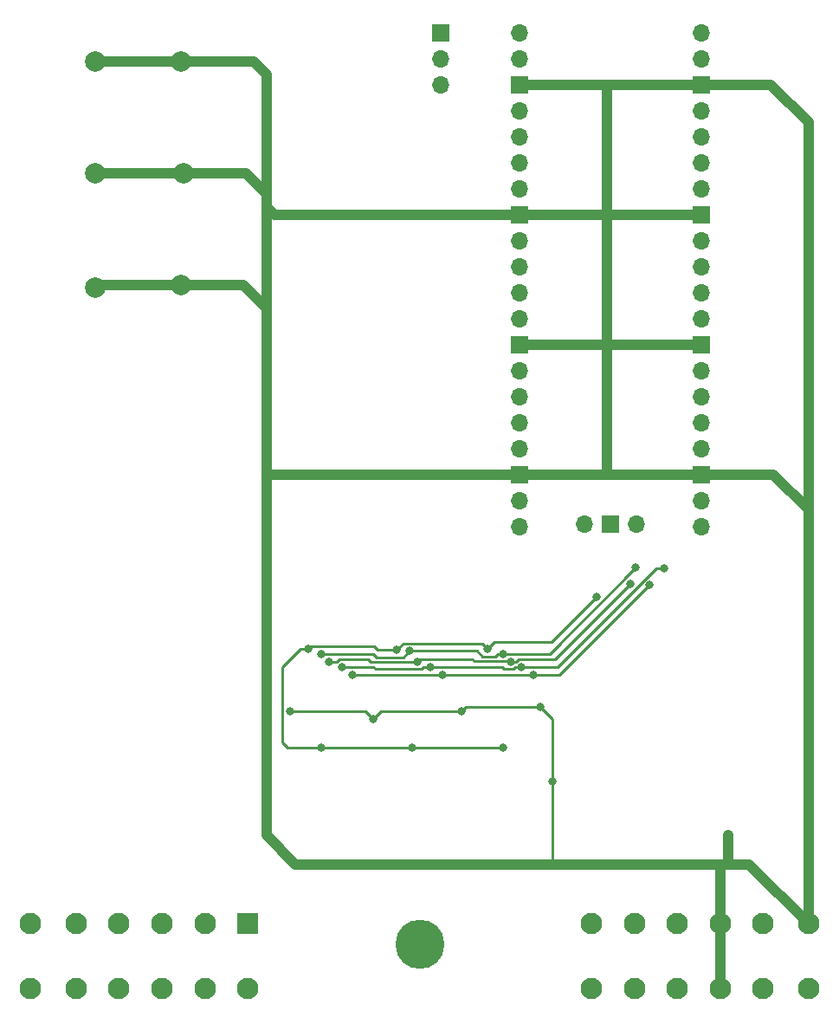
<source format=gbl>
G04 #@! TF.GenerationSoftware,KiCad,Pcbnew,(6.0.5-0)*
G04 #@! TF.CreationDate,2023-01-01T23:21:56+00:00*
G04 #@! TF.ProjectId,bms,626d732e-6b69-4636-9164-5f7063625858,rev?*
G04 #@! TF.SameCoordinates,Original*
G04 #@! TF.FileFunction,Copper,L2,Bot*
G04 #@! TF.FilePolarity,Positive*
%FSLAX46Y46*%
G04 Gerber Fmt 4.6, Leading zero omitted, Abs format (unit mm)*
G04 Created by KiCad (PCBNEW (6.0.5-0)) date 2023-01-01 23:21:56*
%MOMM*%
%LPD*%
G01*
G04 APERTURE LIST*
G04 #@! TA.AperFunction,ComponentPad*
%ADD10C,2.100000*%
G04 #@! TD*
G04 #@! TA.AperFunction,ComponentPad*
%ADD11R,2.100000X2.100000*%
G04 #@! TD*
G04 #@! TA.AperFunction,ComponentPad*
%ADD12C,4.800000*%
G04 #@! TD*
G04 #@! TA.AperFunction,ComponentPad*
%ADD13R,1.700000X1.700000*%
G04 #@! TD*
G04 #@! TA.AperFunction,ComponentPad*
%ADD14O,1.700000X1.700000*%
G04 #@! TD*
G04 #@! TA.AperFunction,ViaPad*
%ADD15C,0.800000*%
G04 #@! TD*
G04 #@! TA.AperFunction,ViaPad*
%ADD16C,2.000000*%
G04 #@! TD*
G04 #@! TA.AperFunction,Conductor*
%ADD17C,1.000000*%
G04 #@! TD*
G04 #@! TA.AperFunction,Conductor*
%ADD18C,0.250000*%
G04 #@! TD*
G04 APERTURE END LIST*
D10*
X118255000Y-152376000D03*
X114055000Y-152376000D03*
X109855000Y-152376000D03*
X105655000Y-152376000D03*
X101455000Y-152376000D03*
X97030000Y-152376000D03*
X97030000Y-146026000D03*
X101455000Y-146026000D03*
X105655000Y-146026000D03*
X109855000Y-146026000D03*
X114055000Y-146026000D03*
D11*
X118255000Y-146026000D03*
D10*
X151855000Y-146026000D03*
X156055000Y-146026000D03*
X160255000Y-146026000D03*
X164455000Y-146026000D03*
X168655000Y-146026000D03*
X173080000Y-146026000D03*
X173080000Y-152376000D03*
X168655000Y-152376000D03*
X164455000Y-152376000D03*
X160255000Y-152376000D03*
X156055000Y-152376000D03*
X151855000Y-152376000D03*
D12*
X135055000Y-148006000D03*
D13*
X137160000Y-58928000D03*
D14*
X137160000Y-61468000D03*
X137160000Y-64008000D03*
X144853000Y-58928000D03*
X144853000Y-61468000D03*
D13*
X144853000Y-64008000D03*
D14*
X144853000Y-66548000D03*
X144853000Y-69088000D03*
X144853000Y-71628000D03*
X144853000Y-74168000D03*
D13*
X144853000Y-76708000D03*
D14*
X144853000Y-79248000D03*
X144853000Y-81788000D03*
X144853000Y-84328000D03*
X144853000Y-86868000D03*
D13*
X144853000Y-89408000D03*
D14*
X144853000Y-91948000D03*
X144853000Y-94488000D03*
X144853000Y-97028000D03*
X144853000Y-99568000D03*
D13*
X144853000Y-102108000D03*
D14*
X144853000Y-104648000D03*
X144853000Y-107188000D03*
X162633000Y-107188000D03*
X162633000Y-104648000D03*
D13*
X162633000Y-102108000D03*
D14*
X162633000Y-99568000D03*
X162633000Y-97028000D03*
X162633000Y-94488000D03*
X162633000Y-91948000D03*
D13*
X162633000Y-89408000D03*
D14*
X162633000Y-86868000D03*
X162633000Y-84328000D03*
X162633000Y-81788000D03*
X162633000Y-79248000D03*
D13*
X162633000Y-76708000D03*
D14*
X162633000Y-74168000D03*
X162633000Y-71628000D03*
X162633000Y-69088000D03*
X162633000Y-66548000D03*
D13*
X162633000Y-64008000D03*
D14*
X162633000Y-61468000D03*
X162633000Y-58928000D03*
X151203000Y-106958000D03*
D13*
X153743000Y-106958000D03*
D14*
X156283000Y-106958000D03*
D15*
X122428000Y-125222000D03*
X125403000Y-128778000D03*
X141659000Y-119126000D03*
X152327000Y-114046000D03*
X134293000Y-128778000D03*
X143183000Y-128778000D03*
X124133000Y-119126000D03*
X132842000Y-119261980D03*
X139176500Y-125222000D03*
D16*
X111760000Y-61722000D03*
X103378000Y-83820000D03*
X103378000Y-61722000D03*
D15*
X165195000Y-137328000D03*
X146870000Y-124837000D03*
X130540500Y-125984000D03*
D16*
X111941000Y-72644000D03*
X111760000Y-83566000D03*
X103378000Y-72644000D03*
D15*
X148009000Y-132080000D03*
X128451000Y-121666000D03*
X137330000Y-121677000D03*
X146220000Y-121677000D03*
X157560657Y-112856657D03*
X136071000Y-120904000D03*
X159004000Y-111252000D03*
X144961000Y-120904000D03*
X127435000Y-120904000D03*
X155629000Y-112776000D03*
X143945000Y-120396000D03*
X126165000Y-120396000D03*
X134801000Y-120396000D03*
X156183343Y-111225343D03*
X134112000Y-119322500D03*
X125403000Y-119634000D03*
X143183000Y-119634000D03*
D17*
X167262000Y-140208000D02*
X165354000Y-140208000D01*
X165354000Y-140208000D02*
X164084000Y-140208000D01*
X165195000Y-137328000D02*
X165195000Y-140049000D01*
X165195000Y-140049000D02*
X165354000Y-140208000D01*
D18*
X143945000Y-120396000D02*
X143887511Y-120338511D01*
X143887511Y-120338511D02*
X140404511Y-120338511D01*
X140404511Y-120338511D02*
X140208000Y-120142000D01*
X140208000Y-120142000D02*
X135055000Y-120142000D01*
X135055000Y-120142000D02*
X134801000Y-120396000D01*
X143945000Y-120396000D02*
X144472670Y-120396000D01*
X144472670Y-120396000D02*
X144726670Y-120142000D01*
X144726670Y-120142000D02*
X148263000Y-120142000D01*
X148263000Y-120142000D02*
X155629000Y-112776000D01*
X144961000Y-120904000D02*
X144433330Y-120904000D01*
X144433330Y-120904000D02*
X144236819Y-121100511D01*
X144236819Y-121100511D02*
X143298846Y-121100511D01*
X143298846Y-121100511D02*
X143102335Y-120904000D01*
X143102335Y-120904000D02*
X136071000Y-120904000D01*
X143183000Y-119634000D02*
X142748000Y-119634000D01*
X142748000Y-119634000D02*
X142494000Y-119888000D01*
X142494000Y-119888000D02*
X141224000Y-119888000D01*
X141224000Y-119888000D02*
X140658500Y-119322500D01*
X140658500Y-119322500D02*
X134112000Y-119322500D01*
X136071000Y-120904000D02*
X135462665Y-120904000D01*
X135462665Y-120904000D02*
X135266154Y-121100511D01*
X135266154Y-121100511D02*
X130752511Y-121100511D01*
X130752511Y-121100511D02*
X130556000Y-120904000D01*
X130556000Y-120904000D02*
X127435000Y-120904000D01*
X132842000Y-119261980D02*
X130945980Y-119261980D01*
X130945980Y-119261980D02*
X130613489Y-118929489D01*
X130613489Y-118929489D02*
X124329511Y-118929489D01*
X124329511Y-118929489D02*
X124133000Y-119126000D01*
D17*
X164455000Y-152376000D02*
X164455000Y-146026000D01*
X164084000Y-140208000D02*
X148009000Y-140208000D01*
X164455000Y-146026000D02*
X164455000Y-140579000D01*
X164455000Y-140579000D02*
X164084000Y-140208000D01*
X148009000Y-140208000D02*
X122936000Y-140208000D01*
X122936000Y-140208000D02*
X120069000Y-137341000D01*
X120069000Y-137341000D02*
X120069000Y-102035000D01*
X120069000Y-102035000D02*
X120069000Y-86868000D01*
X144853000Y-102108000D02*
X120142000Y-102108000D01*
X120142000Y-102108000D02*
X120069000Y-102035000D01*
X173080000Y-67670000D02*
X169418000Y-64008000D01*
X169418000Y-64008000D02*
X162633000Y-64008000D01*
X173080000Y-105516000D02*
X173080000Y-67670000D01*
X173080000Y-105516000D02*
X169672000Y-102108000D01*
X173080000Y-146026000D02*
X173080000Y-105516000D01*
X169672000Y-102108000D02*
X162633000Y-102108000D01*
D18*
X129778500Y-125222000D02*
X122428000Y-125222000D01*
X130540500Y-125984000D02*
X129778500Y-125222000D01*
X132842000Y-119261980D02*
X133485980Y-118618000D01*
X125403000Y-128778000D02*
X134293000Y-128778000D01*
X141659000Y-119126000D02*
X141732000Y-119126000D01*
X147918500Y-118454500D02*
X152327000Y-114046000D01*
X134293000Y-128778000D02*
X143183000Y-128778000D01*
X141151000Y-118618000D02*
X141659000Y-119126000D01*
X142403500Y-118454500D02*
X147918500Y-118454500D01*
X123371000Y-119126000D02*
X121593000Y-120904000D01*
X121593000Y-120904000D02*
X121593000Y-128270000D01*
X133485980Y-118618000D02*
X141151000Y-118618000D01*
X124133000Y-119126000D02*
X123371000Y-119126000D01*
X121593000Y-128270000D02*
X122101000Y-128778000D01*
X141732000Y-119126000D02*
X142403500Y-118454500D01*
X122101000Y-128778000D02*
X125403000Y-128778000D01*
D17*
X120069000Y-74676000D02*
X118037000Y-72644000D01*
D18*
X148009000Y-131572000D02*
X148009000Y-132080000D01*
X148009000Y-131572000D02*
X148009000Y-131826000D01*
D17*
X153416000Y-76708000D02*
X162633000Y-76708000D01*
D18*
X148009000Y-125976000D02*
X148009000Y-131572000D01*
D17*
X120069000Y-85852000D02*
X120069000Y-86868000D01*
X153416000Y-76708000D02*
X153416000Y-89408000D01*
D18*
X146866000Y-124841000D02*
X146870000Y-124837000D01*
D17*
X120069000Y-75946000D02*
X120069000Y-62992000D01*
X153416000Y-76708000D02*
X153416000Y-64008000D01*
X144853000Y-76708000D02*
X120831000Y-76708000D01*
X117783000Y-83566000D02*
X120069000Y-85852000D01*
X103378000Y-83820000D02*
X103632000Y-83566000D01*
D18*
X148009000Y-132080000D02*
X148009000Y-140208000D01*
D17*
X103632000Y-83566000D02*
X117783000Y-83566000D01*
D18*
X139176500Y-125222000D02*
X139557500Y-124841000D01*
X146870000Y-124837000D02*
X148009000Y-125976000D01*
D17*
X173080000Y-146026000D02*
X167262000Y-140208000D01*
X120069000Y-75946000D02*
X120069000Y-74676000D01*
X144853000Y-89408000D02*
X153416000Y-89408000D01*
X120069000Y-86868000D02*
X120069000Y-75946000D01*
X118799000Y-61722000D02*
X103378000Y-61722000D01*
D18*
X139557500Y-124841000D02*
X146866000Y-124841000D01*
X130540500Y-125984000D02*
X131302500Y-125222000D01*
D17*
X153416000Y-102108000D02*
X162633000Y-102108000D01*
X120069000Y-62992000D02*
X118799000Y-61722000D01*
X144853000Y-64008000D02*
X153416000Y-64008000D01*
X120831000Y-76708000D02*
X120069000Y-75946000D01*
X153416000Y-102108000D02*
X144853000Y-102108000D01*
D18*
X131302500Y-125222000D02*
X139176500Y-125222000D01*
D17*
X144853000Y-76708000D02*
X153416000Y-76708000D01*
X153416000Y-89408000D02*
X153416000Y-102108000D01*
X118037000Y-72644000D02*
X103378000Y-72644000D01*
X153416000Y-64008000D02*
X162633000Y-64008000D01*
X153416000Y-89408000D02*
X162633000Y-89408000D01*
D18*
X148760000Y-121677000D02*
X146220000Y-121677000D01*
X137330000Y-121677000D02*
X146220000Y-121677000D01*
X137319000Y-121666000D02*
X137330000Y-121677000D01*
X128451000Y-121666000D02*
X137319000Y-121666000D01*
X157560657Y-112876343D02*
X148760000Y-121677000D01*
X157560657Y-112856657D02*
X157560657Y-112876343D01*
X148517000Y-120904000D02*
X144961000Y-120904000D01*
X158169000Y-111252000D02*
X148517000Y-120904000D01*
X159004000Y-111252000D02*
X158169000Y-111252000D01*
X127200670Y-120142000D02*
X126946670Y-120396000D01*
X130048000Y-120142000D02*
X127200670Y-120142000D01*
X134801000Y-120396000D02*
X130302000Y-120396000D01*
X126946670Y-120396000D02*
X126165000Y-120396000D01*
X130302000Y-120396000D02*
X130048000Y-120142000D01*
X133468020Y-119966480D02*
X134112000Y-119322500D01*
X125403000Y-119634000D02*
X130556000Y-119634000D01*
X130888480Y-119966480D02*
X133468020Y-119966480D01*
X130556000Y-119634000D02*
X130888480Y-119966480D01*
X156163657Y-111225343D02*
X147755000Y-119634000D01*
X156183343Y-111225343D02*
X156163657Y-111225343D01*
X147755000Y-119634000D02*
X143183000Y-119634000D01*
M02*

</source>
